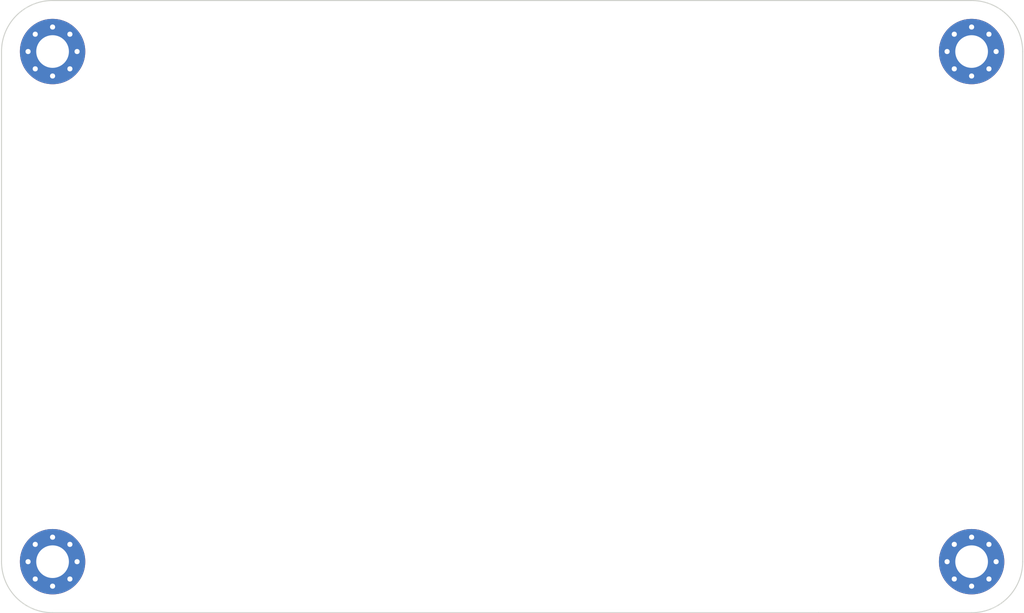
<source format=kicad_pcb>
(kicad_pcb (version 20221018) (generator pcbnew)
  (layers (0 "F.Cu" signal) (1 "In1.Cu" signal) (2 "In2.Cu" signal) (31 "B.Cu" signal) (34 "B.Paste" user) (35 "F.Paste" user) (36 "B.SilkS" user "B.Silkscreen") (37 "F.SilkS" user "F.Silkscreen") (38 "B.Mask" user) (39 "F.Mask" user) (44 "Edge.Cuts" user))
  (net 0 "")
  (footprint "MountingHole:MountingHole_3.2mm_M3_Pad_Via" (layer "F.Cu") (at 105 124)
    (fp_text reference "H4" hide)
    (fp_text value "MountingHole")
    (pad "1" thru_hole circle (at -2.4 0) (size 0.8 0.8) (drill 0.5) (layers "*.Cu" "*.Mask"))
    (pad "1" thru_hole circle (at -1.697056 -1.697056) (size 0.8 0.8) (drill 0.5) (layers "*.Cu" "*.Mask"))
    (pad "1" thru_hole circle (at -1.697056 1.697056) (size 0.8 0.8) (drill 0.5) (layers "*.Cu" "*.Mask"))
    (pad "1" thru_hole circle (at 0 -2.4) (size 0.8 0.8) (drill 0.5) (layers "*.Cu" "*.Mask"))
    (pad "1" thru_hole circle (at 0 0) (size 6.4 6.4) (drill 3.2) (layers "*.Cu" "*.Mask"))
    (pad "1" thru_hole circle (at 0 2.4) (size 0.8 0.8) (drill 0.5) (layers "*.Cu" "*.Mask"))
    (pad "1" thru_hole circle (at 1.697056 -1.697056) (size 0.8 0.8) (drill 0.5) (layers "*.Cu" "*.Mask"))
    (pad "1" thru_hole circle (at 1.697056 1.697056) (size 0.8 0.8) (drill 0.5) (layers "*.Cu" "*.Mask"))
    (pad "1" thru_hole circle (at 2.4 0) (size 0.8 0.8) (drill 0.5) (layers "*.Cu" "*.Mask"))
  )
  (footprint "MountingHole:MountingHole_3.2mm_M3_Pad_Via" (layer "F.Cu") (at 195 74)
    (fp_text reference "H2" hide)
    (fp_text value "MountingHole")
    (pad "1" thru_hole circle (at -2.4 0) (size 0.8 0.8) (drill 0.5) (layers "*.Cu" "*.Mask"))
    (pad "1" thru_hole circle (at -1.697056 -1.697056) (size 0.8 0.8) (drill 0.5) (layers "*.Cu" "*.Mask"))
    (pad "1" thru_hole circle (at -1.697056 1.697056) (size 0.8 0.8) (drill 0.5) (layers "*.Cu" "*.Mask"))
    (pad "1" thru_hole circle (at 0 -2.4) (size 0.8 0.8) (drill 0.5) (layers "*.Cu" "*.Mask"))
    (pad "1" thru_hole circle (at 0 0) (size 6.4 6.4) (drill 3.2) (layers "*.Cu" "*.Mask"))
    (pad "1" thru_hole circle (at 0 2.4) (size 0.8 0.8) (drill 0.5) (layers "*.Cu" "*.Mask"))
    (pad "1" thru_hole circle (at 1.697056 -1.697056) (size 0.8 0.8) (drill 0.5) (layers "*.Cu" "*.Mask"))
    (pad "1" thru_hole circle (at 1.697056 1.697056) (size 0.8 0.8) (drill 0.5) (layers "*.Cu" "*.Mask"))
    (pad "1" thru_hole circle (at 2.4 0) (size 0.8 0.8) (drill 0.5) (layers "*.Cu" "*.Mask"))
  )
  (footprint "MountingHole:MountingHole_3.2mm_M3_Pad_Via" (layer "F.Cu") (at 195 124)
    (fp_text reference "H3" hide)
    (fp_text value "MountingHole")
    (pad "1" thru_hole circle (at -2.4 0) (size 0.8 0.8) (drill 0.5) (layers "*.Cu" "*.Mask"))
    (pad "1" thru_hole circle (at -1.697056 -1.697056) (size 0.8 0.8) (drill 0.5) (layers "*.Cu" "*.Mask"))
    (pad "1" thru_hole circle (at -1.697056 1.697056) (size 0.8 0.8) (drill 0.5) (layers "*.Cu" "*.Mask"))
    (pad "1" thru_hole circle (at 0 -2.4) (size 0.8 0.8) (drill 0.5) (layers "*.Cu" "*.Mask"))
    (pad "1" thru_hole circle (at 0 0) (size 6.4 6.4) (drill 3.2) (layers "*.Cu" "*.Mask"))
    (pad "1" thru_hole circle (at 0 2.4) (size 0.8 0.8) (drill 0.5) (layers "*.Cu" "*.Mask"))
    (pad "1" thru_hole circle (at 1.697056 -1.697056) (size 0.8 0.8) (drill 0.5) (layers "*.Cu" "*.Mask"))
    (pad "1" thru_hole circle (at 1.697056 1.697056) (size 0.8 0.8) (drill 0.5) (layers "*.Cu" "*.Mask"))
    (pad "1" thru_hole circle (at 2.4 0) (size 0.8 0.8) (drill 0.5) (layers "*.Cu" "*.Mask"))
  )
  (footprint "MountingHole:MountingHole_3.2mm_M3_Pad_Via" (layer "F.Cu") (at 105 74)
    (fp_text reference "H1" hide)
    (fp_text value "MountingHole")
    (pad "1" thru_hole circle (at -2.4 0) (size 0.8 0.8) (drill 0.5) (layers "*.Cu" "*.Mask"))
    (pad "1" thru_hole circle (at -1.697056 -1.697056) (size 0.8 0.8) (drill 0.5) (layers "*.Cu" "*.Mask"))
    (pad "1" thru_hole circle (at -1.697056 1.697056) (size 0.8 0.8) (drill 0.5) (layers "*.Cu" "*.Mask"))
    (pad "1" thru_hole circle (at 0 -2.4) (size 0.8 0.8) (drill 0.5) (layers "*.Cu" "*.Mask"))
    (pad "1" thru_hole circle (at 0 0) (size 6.4 6.4) (drill 3.2) (layers "*.Cu" "*.Mask"))
    (pad "1" thru_hole circle (at 0 2.4) (size 0.8 0.8) (drill 0.5) (layers "*.Cu" "*.Mask"))
    (pad "1" thru_hole circle (at 1.697056 -1.697056) (size 0.8 0.8) (drill 0.5) (layers "*.Cu" "*.Mask"))
    (pad "1" thru_hole circle (at 1.697056 1.697056) (size 0.8 0.8) (drill 0.5) (layers "*.Cu" "*.Mask"))
    (pad "1" thru_hole circle (at 2.4 0) (size 0.8 0.8) (drill 0.5) (layers "*.Cu" "*.Mask"))
  )
  (gr_line (start 105 129) (end 180 129) (stroke (width 0.1)) (layer "Edge.Cuts"))
  (gr_line (start 180 129) (end 195 129) (stroke (width 0.1)) (layer "Edge.Cuts"))
  (gr_line (start 195 69) (end 105 69) (stroke (width 0.1)) (layer "Edge.Cuts"))
  (gr_arc (start 100 74) (mid 101.464466 70.464466) (end 105 69) (stroke (width 0.1)) (layer "Edge.Cuts"))
  (gr_arc (start 195 69) (mid 198.535534 70.464466) (end 200 74) (stroke (width 0.1)) (layer "Edge.Cuts"))
  (gr_arc (start 105 129) (mid 101.464466 127.535534) (end 100 124) (stroke (width 0.1)) (layer "Edge.Cuts"))
  (gr_line (start 100 74) (end 100 124) (stroke (width 0.1)) (layer "Edge.Cuts"))
  (gr_line (start 200 124) (end 200 74) (stroke (width 0.1)) (layer "Edge.Cuts"))
  (gr_arc (start 200 124) (mid 198.535534 127.535534) (end 195 129) (stroke (width 0.1)) (layer "Edge.Cuts"))
)
</source>
